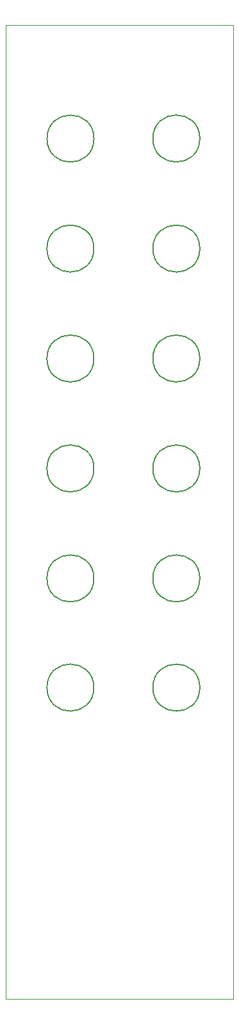
<source format=gm1>
%TF.GenerationSoftware,KiCad,Pcbnew,(7.0.0)*%
%TF.CreationDate,2023-03-13T13:35:49-04:00*%
%TF.ProjectId,ER-MIXER5-02_PANEL,45522d4d-4958-4455-9235-2d30325f5041,1*%
%TF.SameCoordinates,Original*%
%TF.FileFunction,Profile,NP*%
%FSLAX46Y46*%
G04 Gerber Fmt 4.6, Leading zero omitted, Abs format (unit mm)*
G04 Created by KiCad (PCBNEW (7.0.0)) date 2023-03-13 13:35:49*
%MOMM*%
%LPD*%
G01*
G04 APERTURE LIST*
%TA.AperFunction,Profile*%
%ADD10C,0.150000*%
%TD*%
%TA.AperFunction,Profile*%
%ADD11C,0.100000*%
%TD*%
G04 APERTURE END LIST*
D10*
X11600004Y-29500000D02*
G75*
G03*
X11600004Y-29500000I-3100000J0D01*
G01*
X25600004Y-58500000D02*
G75*
G03*
X25600004Y-58500000I-3100000J0D01*
G01*
X11600004Y-87400000D02*
G75*
G03*
X11600004Y-87400000I-3100000J0D01*
G01*
X11600004Y-58500000D02*
G75*
G03*
X11600004Y-58500000I-3100000J0D01*
G01*
X25600000Y-14990000D02*
G75*
G03*
X25600000Y-14990000I-3100000J0D01*
G01*
X11600004Y-73000000D02*
G75*
G03*
X11600004Y-73000000I-3100000J0D01*
G01*
X25600004Y-87400000D02*
G75*
G03*
X25600004Y-87400000I-3100000J0D01*
G01*
X11600004Y-44000000D02*
G75*
G03*
X11600004Y-44000000I-3100000J0D01*
G01*
X25600004Y-29500000D02*
G75*
G03*
X25600004Y-29500000I-3100000J0D01*
G01*
D11*
X0Y0D02*
X30000000Y0D01*
X30000000Y0D02*
X30000000Y-128500000D01*
X30000000Y-128500000D02*
X0Y-128500000D01*
X0Y-128500000D02*
X0Y0D01*
D10*
X11610004Y-15000000D02*
G75*
G03*
X11610004Y-15000000I-3100000J0D01*
G01*
X25600004Y-44000000D02*
G75*
G03*
X25600004Y-44000000I-3100000J0D01*
G01*
X25600004Y-73000000D02*
G75*
G03*
X25600004Y-73000000I-3100000J0D01*
G01*
M02*

</source>
